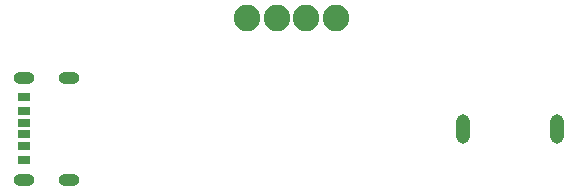
<source format=gts>
%TF.GenerationSoftware,KiCad,Pcbnew,9.0.1*%
%TF.CreationDate,2025-10-31T22:00:19-04:00*%
%TF.ProjectId,flex_usb_board,666c6578-5f75-4736-925f-626f6172642e,rev?*%
%TF.SameCoordinates,Original*%
%TF.FileFunction,Soldermask,Top*%
%TF.FilePolarity,Negative*%
%FSLAX46Y46*%
G04 Gerber Fmt 4.6, Leading zero omitted, Abs format (unit mm)*
G04 Created by KiCad (PCBNEW 9.0.1) date 2025-10-31 22:00:19*
%MOMM*%
%LPD*%
G01*
G04 APERTURE LIST*
%ADD10R,1.000000X0.800000*%
%ADD11R,1.000000X0.700000*%
%ADD12O,1.800000X1.000000*%
%ADD13C,2.250000*%
%ADD14O,1.200000X2.500000*%
G04 APERTURE END LIST*
D10*
%TO.C,USBF1*%
X100550000Y-103900000D03*
D11*
X100550000Y-102700000D03*
X100550000Y-100700000D03*
D10*
X100550000Y-98500000D03*
D11*
X100550000Y-99700000D03*
X100550000Y-101700000D03*
D12*
X104400000Y-96880000D03*
X100600000Y-96880000D03*
X104400000Y-105520000D03*
X100600000Y-105520000D03*
%TD*%
D13*
%TO.C,REF\u002A\u002A*%
X119450000Y-91800000D03*
X121950000Y-91800000D03*
X124450000Y-91800000D03*
X126950000Y-91800000D03*
%TD*%
D14*
%TO.C,USBM1*%
X145730000Y-101200000D03*
X137770000Y-101200000D03*
%TD*%
M02*

</source>
